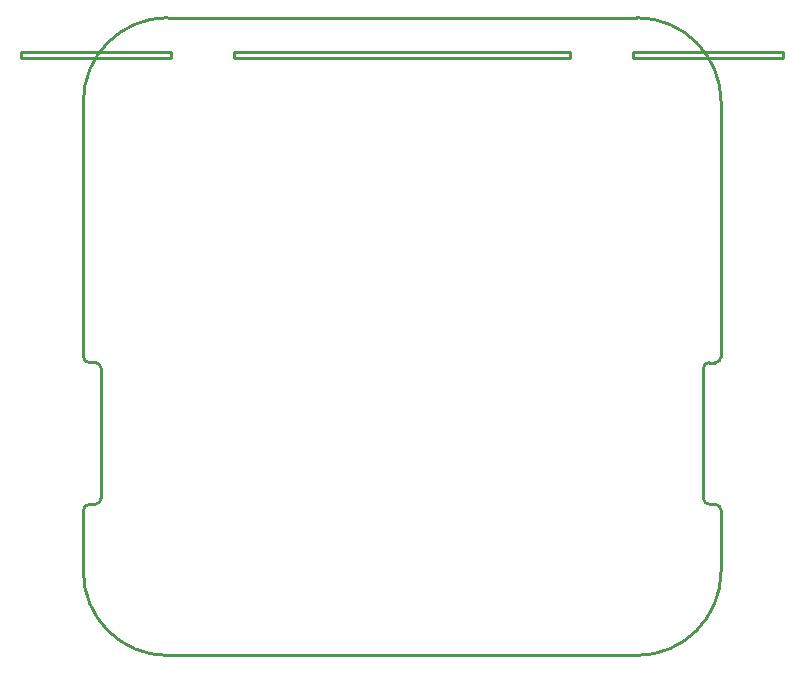
<source format=gko>
G04 Layer: BoardOutline*
G04 EasyEDA v6.4.19.5, 2021-05-22T15:42:10+02:00*
G04 f6fe8073f4d6445e90d350db08ac70cc,b771c775d4444e86a06a5321f8c966cb,10*
G04 Gerber Generator version 0.2*
G04 Scale: 100 percent, Rotated: No, Reflected: No *
G04 Dimensions in inches *
G04 leading zeros omitted , absolute positions ,3 integer and 6 decimal *
%FSLAX36Y36*%
%MOIN*%

%ADD10C,0.0100*%
D10*
X356002Y0D02*
G01*
X1767002Y0D01*
X2126002Y-1130000D02*
G01*
X2126002Y-281001D01*
X1845000Y-2126001D02*
G01*
X281002Y-2126001D01*
X2126002Y-1845000D02*
G01*
X2126002Y-1642001D01*
X2087002Y-1622001D02*
G01*
X2106002Y-1622001D01*
X2067002Y-1602001D02*
G01*
X2067002Y-1169000D01*
X2106002Y-1150000D02*
G01*
X2087002Y-1150000D01*
X1845000Y0D02*
G01*
X1767002Y0D01*
X281002Y0D02*
G01*
X356002Y0D01*
X1Y-1130000D02*
G01*
X1Y-281001D01*
X39000Y-1149000D02*
G01*
X20001Y-1149000D01*
X59000Y-1602001D02*
G01*
X59000Y-1169000D01*
X20001Y-1622001D02*
G01*
X39000Y-1622001D01*
X1Y-1845000D02*
G01*
X1Y-1642001D01*
G75*
G01*
X1845003Y-2126002D02*
G03*
X2126003Y-1845002I0J281000D01*
G75*
G01*
X2126003Y-281002D02*
G03*
X1845003Y-2I-281000J0D01*
G75*
G01*
X3Y-1845002D02*
G03*
X281003Y-2126002I281000J0D01*
G75*
G01*
X281003Y-2D02*
G03*
X3Y-281002I0J-281000D01*
G75*
G01*
X2106003Y-1150002D02*
G03*
X2126003Y-1130002I0J20000D01*
G75*
G01*
X2067003Y-1602002D02*
G03*
X2087003Y-1622002I20000J0D01*
G75*
G01*
X2087003Y-1149002D02*
G03*
X2067003Y-1169002I0J-20000D01*
G75*
G01*
X2126003Y-1642002D02*
G03*
X2106003Y-1622002I-20000J0D01*
G75*
G01*
X39003Y-1622002D02*
G03*
X59003Y-1602002I0J20000D01*
G75*
G01*
X59003Y-1169002D02*
G03*
X39003Y-1149002I-20000J0D01*
G75*
G01*
X20003Y-1622002D02*
G03*
X3Y-1642002I0J-20000D01*
G75*
G01*
X3Y-1130002D02*
G03*
X20003Y-1150002I20000J0D01*
X501170Y-115999D02*
G01*
X1621170Y-115999D01*
X1621170Y-115999D02*
G01*
X1621170Y-135999D01*
X1621170Y-135999D02*
G01*
X501170Y-135999D01*
X501170Y-135999D02*
G01*
X501170Y-115999D01*
X-208829Y-115999D02*
G01*
X291170Y-115999D01*
X291170Y-115999D02*
G01*
X291170Y-135999D01*
X291170Y-135999D02*
G01*
X-208829Y-135999D01*
X-208829Y-135999D02*
G01*
X-208829Y-115999D01*
X1831170Y-115999D02*
G01*
X2331170Y-115999D01*
X2331170Y-115999D02*
G01*
X2331170Y-135999D01*
X2331170Y-135999D02*
G01*
X1831170Y-135999D01*
X1831170Y-135999D02*
G01*
X1831170Y-115999D01*

%LPD*%
M02*

</source>
